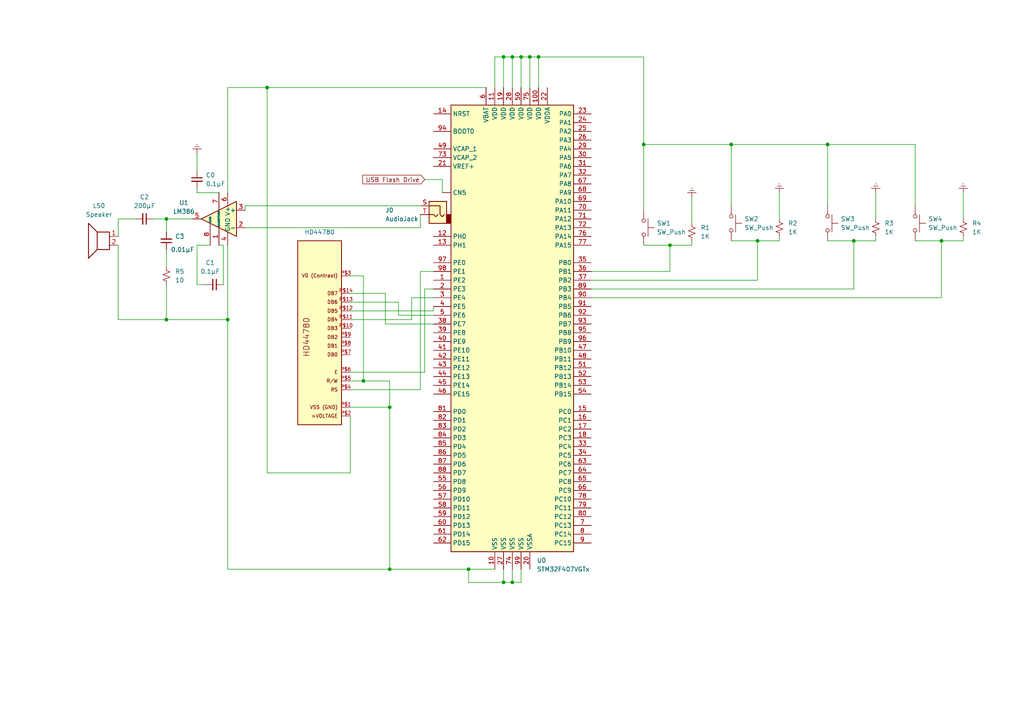
<source format=kicad_sch>
(kicad_sch (version 20211123) (generator eeschema)
  (paper "A4")
  (lib_symbols
    (symbol "Amplifier_Audio:LM386" (pin_names (offset 0.127))
      (property "Reference" "U" (at 1.27 7.62 0))
      (property "Value" "LM386" (at 1.27 5.08 0))
      (symbol "LM386_0_1"
        (polyline (pts (xy 5.08 0) (xy -5.08 5.08) (xy -5.08 -5.08) (xy 5.08 0)) (stroke (width 0.254)) (fill (type background)))
      )
      (symbol "LM386_1_1"
        (pin input line (at 0 -7.62 90) (length 5.08) (name "GAIN") (number "1"))
        (pin input line (at -7.62 -2.54 0) (length 2.54) (name "-") (number "2"))
        (pin input line (at -7.62 2.54 0) (length 2.54) (name "+") (number "3"))
        (pin power_in line (at -2.54 -7.62 90) (length 3.81) (name "GND") (number "4"))
        (pin output line (at 7.62 0 180) (length 2.54) (name "~") (number "5"))
        (pin power_in line (at -2.54 7.62 270) (length 3.81) (name "V+") (number "6"))
        (pin input line (at 0 7.62 270) (length 5.08) (name "BYPASS") (number "7"))
        (pin input line (at 2.54 -7.62 90) (length 6.35) (name "GAIN") (number "8"))
      )
    )
    (symbol "Connector:AudioJack2"
      (property "Reference" "J" (at 0 8.89 0))
      (property "Value" "AudioJack2" (at 0 6.35 0))
      (symbol "AudioJack2_0_1"
        (rectangle (start -3.81 0) (end -2.54 -2.54) (stroke (width 0.254)) (fill (type outline)))
        (rectangle (start -2.54 3.81) (end 2.54 -2.54) (stroke (width 0.254)) (fill (type background)))
        (polyline (pts (xy 0 0) (xy 0.635 -0.635) (xy 1.27 0) (xy 2.54 0)) (stroke (width 0.254)))
        (polyline (pts (xy 2.54 2.54) (xy -0.635 2.54) (xy -0.635 0) (xy -1.27 -0.635) (xy -1.905 0)) (stroke (width 0.254)))
      )
      (symbol "AudioJack2_1_1"
        (pin passive line (at 5.08 2.54 180) (length 2.54) (name "~") (number "S"))
        (pin passive line (at 5.08 0 180) (length 2.54) (name "~") (number "T"))
      )
    )
    (symbol "Device:C_Small" (pin_numbers hide) (pin_names (offset 0.254) hide)
      (property "Reference" "C" (at 0.254 1.778 0))
      (property "Value" "C_Small" (at 0.254 -2.032 0))
      (symbol "C_Small_0_1"
        (polyline (pts (xy -1.524 -0.508) (xy 1.524 -0.508)) (stroke (width 0.3302)))
        (polyline (pts (xy -1.524 0.508) (xy 1.524 0.508)) (stroke (width 0.3048)))
      )
      (symbol "C_Small_1_1"
        (pin passive line (at 0 2.54 270) (length 2.032) (name "~") (number "1"))
        (pin passive line (at 0 -2.54 90) (length 2.032) (name "~") (number "2"))
      )
    )
    (symbol "Device:R_Small_US" (pin_numbers hide) (pin_names (offset 0.254) hide)
      (property "Reference" "R" (at 0.762 0.508 0))
      (property "Value" "R_Small_US" (at 0.762 -1.016 0))
      (symbol "R_Small_US_1_1"
        (polyline (pts (xy 0 0) (xy 1.016 -0.381) (xy 0 -0.762) (xy -1.016 -1.143) (xy 0 -1.524)))
        (polyline (pts (xy 0 1.524) (xy 1.016 1.143) (xy 0 0.762) (xy -1.016 0.381) (xy 0 0)))
        (pin passive line (at 0 2.54 270) (length 1.016) (name "~") (number "1"))
        (pin passive line (at 0 -2.54 90) (length 1.016) (name "~") (number "2"))
      )
    )
    (symbol "Device:Speaker" (pin_names (offset 0) hide)
      (property "Reference" "LS" (at 1.27 5.715 0))
      (property "Value" "Speaker" (at 1.27 3.81 0))
      (symbol "Speaker_0_0"
        (rectangle (start -2.54 1.27) (end 1.016 -3.81) (stroke (width 0.254)))
        (polyline (pts (xy 1.016 1.27) (xy 3.556 3.81) (xy 3.556 -6.35) (xy 1.016 -3.81)) (stroke (width 0.254)))
      )
      (symbol "Speaker_1_1"
        (pin input line (at -5.08 0 0) (length 2.54) (name "1") (number "1"))
        (pin input line (at -5.08 -2.54 0) (length 2.54) (name "2") (number "2"))
      )
    )
    (symbol "HD44780-real:HD44780" (pin_names (offset 1.016))
      (property "Reference" "DIS?" (at -6.35 58.42 0))
      (property "Value" "HD44780" (at -6.35 55.88 0))
      (symbol "HD44780_0_0"
        (rectangle (start 0 -53.34) (end 12.7 0) (stroke (width 0.254)) (fill (type background)))
        (text ">VOLTAGE" (at 1.0178 -2.5445 0) (effects (font (size 1.0178 1.0178)) (justify left)))
        (text "DB0" (at 1.0173 -20.3461 0) (effects (font (size 1.0173 1.0173)) (justify left)))
        (text "DB1" (at 1.0168 -22.8787 0) (effects (font (size 1.0168 1.0168)) (justify left)))
        (text "DB2" (at 1.0162 -25.4047 0) (effects (font (size 1.0162 1.0162)) (justify left)))
        (text "DB3" (at 1.0178 -27.9901 0) (effects (font (size 1.0178 1.0178)) (justify left)))
        (text "DB4" (at 1.0178 -30.5329 0) (effects (font (size 1.0178 1.0178)) (justify left)))
        (text "DB5" (at 1.0161 -33.0219 0) (effects (font (size 1.0161 1.0161)) (justify left)))
        (text "DB6" (at 1.017 -35.5947 0) (effects (font (size 1.017 1.017)) (justify left)))
        (text "DB7" (at 1.0168 -38.1282 0) (effects (font (size 1.0168 1.0168)) (justify left)))
        (text "E" (at 1.018 -15.2701 0) (effects (font (size 1.018 1.018)) (justify left)))
        (text "HD44780" (at 10.1674 -25.4186 900) (effects (font (size 1.6776 1.6776))))
        (text "R/W" (at 1.0169 -12.7107 0) (effects (font (size 1.0169 1.0169)) (justify left)))
        (text "RS" (at 1.0163 -10.1627 0) (effects (font (size 1.0163 1.0163)) (justify left)))
        (text "V0 (Contrast)" (at 1.0176 -43.2498 0) (effects (font (size 1.0176 1.0176)) (justify left)))
        (text "VSS (GND)" (at 1.0161 -5.0803 0) (effects (font (size 1.0161 1.0161)) (justify left)))
        (pin bidirectional line (at -2.54 -5.08 0) (length 2.54) (name "~") (number "P$1"))
        (pin bidirectional line (at -2.54 -27.94 0) (length 2.54) (name "~") (number "P$10"))
        (pin bidirectional line (at -2.54 -30.48 0) (length 2.54) (name "~") (number "P$11"))
        (pin bidirectional line (at -2.54 -33.02 0) (length 2.54) (name "~") (number "P$12"))
        (pin bidirectional line (at -2.54 -35.56 0) (length 2.54) (name "~") (number "P$13"))
        (pin bidirectional line (at -2.54 -38.1 0) (length 2.54) (name "~") (number "P$14"))
        (pin bidirectional line (at -2.54 -2.54 0) (length 2.54) (name "~") (number "P$2"))
        (pin bidirectional line (at -2.54 -43.18 0) (length 2.54) (name "~") (number "P$3"))
        (pin bidirectional line (at -2.54 -10.16 0) (length 2.54) (name "~") (number "P$4"))
        (pin bidirectional line (at -2.54 -12.7 0) (length 2.54) (name "~") (number "P$5"))
        (pin bidirectional line (at -2.54 -15.24 0) (length 2.54) (name "~") (number "P$6"))
        (pin bidirectional line (at -2.54 -20.32 0) (length 2.54) (name "~") (number "P$7"))
        (pin bidirectional line (at -2.54 -22.86 0) (length 2.54) (name "~") (number "P$8"))
        (pin bidirectional line (at -2.54 -25.4 0) (length 2.54) (name "~") (number "P$9"))
      )
    )
    (symbol "MCU_ST_STM32F4:STM32F407VGTx"
      (property "Reference" "U0" (at 7.0994 -68.58 0))
      (property "Value" "STM32F407VGTx" (at 7.0994 -71.12 0))
      (symbol "STM32F407VGTx_0_1"
        (rectangle (start -17.78 -66.04) (end 17.78 63.5) (stroke (width 0.254)) (fill (type background)))
      )
      (symbol "STM32F407VGTx_1_1"
        (pin input line (at -20.32 38.1 0) (length 2.54) (name "CN5") (number ""))
        (pin bidirectional line (at -22.86 12.7 0) (length 5.08) (name "PE2") (number "1"))
        (pin power_in line (at -5.08 -71.12 90) (length 5.08) (name "VSS") (number "10"))
        (pin power_in line (at 7.62 68.58 270) (length 5.08) (name "VDD") (number "100"))
        (pin power_in line (at -5.08 68.58 270) (length 5.08) (name "VDD") (number "11"))
        (pin input line (at -22.86 25.4 0) (length 5.08) (name "PH0") (number "12"))
        (pin input line (at -22.86 22.86 0) (length 5.08) (name "PH1") (number "13"))
        (pin input line (at -22.86 60.96 0) (length 5.08) (name "NRST") (number "14"))
        (pin bidirectional line (at 22.86 -25.4 180) (length 5.08) (name "PC0") (number "15"))
        (pin bidirectional line (at 22.86 -27.94 180) (length 5.08) (name "PC1") (number "16"))
        (pin bidirectional line (at 22.86 -30.48 180) (length 5.08) (name "PC2") (number "17"))
        (pin bidirectional line (at 22.86 -33.02 180) (length 5.08) (name "PC3") (number "18"))
        (pin power_in line (at -2.54 68.58 270) (length 5.08) (name "VDD") (number "19"))
        (pin bidirectional line (at -22.86 10.16 0) (length 5.08) (name "PE3") (number "2"))
        (pin power_in line (at 5.08 -71.12 90) (length 5.08) (name "VSSA") (number "20"))
        (pin power_in line (at -22.86 45.72 0) (length 5.08) (name "VREF+") (number "21"))
        (pin power_in line (at 10.16 68.58 270) (length 5.08) (name "VDDA") (number "22"))
        (pin bidirectional line (at 22.86 60.96 180) (length 5.08) (name "PA0") (number "23"))
        (pin bidirectional line (at 22.86 58.42 180) (length 5.08) (name "PA1") (number "24"))
        (pin bidirectional line (at 22.86 55.88 180) (length 5.08) (name "PA2") (number "25"))
        (pin bidirectional line (at 22.86 53.34 180) (length 5.08) (name "PA3") (number "26"))
        (pin power_in line (at -2.54 -71.12 90) (length 5.08) (name "VSS") (number "27"))
        (pin power_in line (at 0 68.58 270) (length 5.08) (name "VDD") (number "28"))
        (pin bidirectional line (at 22.86 50.8 180) (length 5.08) (name "PA4") (number "29"))
        (pin bidirectional line (at -22.86 7.62 0) (length 5.08) (name "PE4") (number "3"))
        (pin bidirectional line (at 22.86 48.26 180) (length 5.08) (name "PA5") (number "30"))
        (pin bidirectional line (at 22.86 45.72 180) (length 5.08) (name "PA6") (number "31"))
        (pin bidirectional line (at 22.86 43.18 180) (length 5.08) (name "PA7") (number "32"))
        (pin bidirectional line (at 22.86 -35.56 180) (length 5.08) (name "PC4") (number "33"))
        (pin bidirectional line (at 22.86 -38.1 180) (length 5.08) (name "PC5") (number "34"))
        (pin bidirectional line (at 22.86 17.78 180) (length 5.08) (name "PB0") (number "35"))
        (pin bidirectional line (at 22.86 15.24 180) (length 5.08) (name "PB1") (number "36"))
        (pin bidirectional line (at 22.86 12.7 180) (length 5.08) (name "PB2") (number "37"))
        (pin bidirectional line (at -22.86 0 0) (length 5.08) (name "PE7") (number "38"))
        (pin bidirectional line (at -22.86 -2.54 0) (length 5.08) (name "PE8") (number "39"))
        (pin bidirectional line (at -22.86 5.08 0) (length 5.08) (name "PE5") (number "4"))
        (pin bidirectional line (at -22.86 -5.08 0) (length 5.08) (name "PE9") (number "40"))
        (pin bidirectional line (at -22.86 -7.62 0) (length 5.08) (name "PE10") (number "41"))
        (pin bidirectional line (at -22.86 -10.16 0) (length 5.08) (name "PE11") (number "42"))
        (pin bidirectional line (at -22.86 -12.7 0) (length 5.08) (name "PE12") (number "43"))
        (pin bidirectional line (at -22.86 -15.24 0) (length 5.08) (name "PE13") (number "44"))
        (pin bidirectional line (at -22.86 -17.78 0) (length 5.08) (name "PE14") (number "45"))
        (pin bidirectional line (at -22.86 -20.32 0) (length 5.08) (name "PE15") (number "46"))
        (pin bidirectional line (at 22.86 -7.62 180) (length 5.08) (name "PB10") (number "47"))
        (pin bidirectional line (at 22.86 -10.16 180) (length 5.08) (name "PB11") (number "48"))
        (pin power_in line (at -22.86 50.8 0) (length 5.08) (name "VCAP_1") (number "49"))
        (pin bidirectional line (at -22.86 2.54 0) (length 5.08) (name "PE6") (number "5"))
        (pin power_in line (at 2.54 68.58 270) (length 5.08) (name "VDD") (number "50"))
        (pin bidirectional line (at 22.86 -12.7 180) (length 5.08) (name "PB12") (number "51"))
        (pin bidirectional line (at 22.86 -15.24 180) (length 5.08) (name "PB13") (number "52"))
        (pin bidirectional line (at 22.86 -17.78 180) (length 5.08) (name "PB14") (number "53"))
        (pin bidirectional line (at 22.86 -20.32 180) (length 5.08) (name "PB15") (number "54"))
        (pin bidirectional line (at -22.86 -45.72 0) (length 5.08) (name "PD8") (number "55"))
        (pin bidirectional line (at -22.86 -48.26 0) (length 5.08) (name "PD9") (number "56"))
        (pin bidirectional line (at -22.86 -50.8 0) (length 5.08) (name "PD10") (number "57"))
        (pin bidirectional line (at -22.86 -53.34 0) (length 5.08) (name "PD11") (number "58"))
        (pin bidirectional line (at -22.86 -55.88 0) (length 5.08) (name "PD12") (number "59"))
        (pin power_in line (at -7.62 68.58 270) (length 5.08) (name "VBAT") (number "6"))
        (pin bidirectional line (at -22.86 -58.42 0) (length 5.08) (name "PD13") (number "60"))
        (pin bidirectional line (at -22.86 -60.96 0) (length 5.08) (name "PD14") (number "61"))
        (pin bidirectional line (at -22.86 -63.5 0) (length 5.08) (name "PD15") (number "62"))
        (pin bidirectional line (at 22.86 -40.64 180) (length 5.08) (name "PC6") (number "63"))
        (pin bidirectional line (at 22.86 -43.18 180) (length 5.08) (name "PC7") (number "64"))
        (pin bidirectional line (at 22.86 -45.72 180) (length 5.08) (name "PC8") (number "65"))
        (pin bidirectional line (at 22.86 -48.26 180) (length 5.08) (name "PC9") (number "66"))
        (pin bidirectional line (at 22.86 40.64 180) (length 5.08) (name "PA8") (number "67"))
        (pin bidirectional line (at 22.86 38.1 180) (length 5.08) (name "PA9") (number "68"))
        (pin bidirectional line (at 22.86 35.56 180) (length 5.08) (name "PA10") (number "69"))
        (pin bidirectional line (at 22.86 -58.42 180) (length 5.08) (name "PC13") (number "7"))
        (pin bidirectional line (at 22.86 33.02 180) (length 5.08) (name "PA11") (number "70"))
        (pin bidirectional line (at 22.86 30.48 180) (length 5.08) (name "PA12") (number "71"))
        (pin bidirectional line (at 22.86 27.94 180) (length 5.08) (name "PA13") (number "72"))
        (pin power_in line (at -22.86 48.26 0) (length 5.08) (name "VCAP_2") (number "73"))
        (pin power_in line (at 0 -71.12 90) (length 5.08) (name "VSS") (number "74"))
        (pin power_in line (at 5.08 68.58 270) (length 5.08) (name "VDD") (number "75"))
        (pin bidirectional line (at 22.86 25.4 180) (length 5.08) (name "PA14") (number "76"))
        (pin bidirectional line (at 22.86 22.86 180) (length 5.08) (name "PA15") (number "77"))
        (pin bidirectional line (at 22.86 -50.8 180) (length 5.08) (name "PC10") (number "78"))
        (pin bidirectional line (at 22.86 -53.34 180) (length 5.08) (name "PC11") (number "79"))
        (pin bidirectional line (at 22.86 -60.96 180) (length 5.08) (name "PC14") (number "8"))
        (pin bidirectional line (at 22.86 -55.88 180) (length 5.08) (name "PC12") (number "80"))
        (pin bidirectional line (at -22.86 -25.4 0) (length 5.08) (name "PD0") (number "81"))
        (pin bidirectional line (at -22.86 -27.94 0) (length 5.08) (name "PD1") (number "82"))
        (pin bidirectional line (at -22.86 -30.48 0) (length 5.08) (name "PD2") (number "83"))
        (pin bidirectional line (at -22.86 -33.02 0) (length 5.08) (name "PD3") (number "84"))
        (pin bidirectional line (at -22.86 -35.56 0) (length 5.08) (name "PD4") (number "85"))
        (pin bidirectional line (at -22.86 -38.1 0) (length 5.08) (name "PD5") (number "86"))
        (pin bidirectional line (at -22.86 -40.64 0) (length 5.08) (name "PD6") (number "87"))
        (pin bidirectional line (at -22.86 -43.18 0) (length 5.08) (name "PD7") (number "88"))
        (pin bidirectional line (at 22.86 10.16 180) (length 5.08) (name "PB3") (number "89"))
        (pin bidirectional line (at 22.86 -63.5 180) (length 5.08) (name "PC15") (number "9"))
        (pin bidirectional line (at 22.86 7.62 180) (length 5.08) (name "PB4") (number "90"))
        (pin bidirectional line (at 22.86 5.08 180) (length 5.08) (name "PB5") (number "91"))
        (pin bidirectional line (at 22.86 2.54 180) (length 5.08) (name "PB6") (number "92"))
        (pin bidirectional line (at 22.86 0 180) (length 5.08) (name "PB7") (number "93"))
        (pin input line (at -22.86 55.88 0) (length 5.08) (name "BOOT0") (number "94"))
        (pin bidirectional line (at 22.86 -2.54 180) (length 5.08) (name "PB8") (number "95"))
        (pin bidirectional line (at 22.86 -5.08 180) (length 5.08) (name "PB9") (number "96"))
        (pin bidirectional line (at -22.86 17.78 0) (length 5.08) (name "PE0") (number "97"))
        (pin bidirectional line (at -22.86 15.24 0) (length 5.08) (name "PE1") (number "98"))
        (pin power_in line (at 2.54 -71.12 90) (length 5.08) (name "VSS") (number "99"))
      )
    )
    (symbol "Switch:SW_Push" (pin_numbers hide) (pin_names (offset 1.016) hide)
      (property "Reference" "SW" (at 1.27 2.54 0))
      (property "Value" "SW_Push" (at 0 -1.524 0))
      (symbol "SW_Push_0_1"
        (circle (center -2.032 0) (radius 0.508))
        (polyline (pts (xy 0 1.27) (xy 0 3.048)))
        (polyline (pts (xy 2.54 1.27) (xy -2.54 1.27)))
        (circle (center 2.032 0) (radius 0.508))
        (pin passive line (at -5.08 0 0) (length 2.54) (name "1") (number "1"))
        (pin passive line (at 5.08 0 180) (length 2.54) (name "2") (number "2"))
      )
    )
    (symbol "power:Earth" (power) (pin_names (offset 0))
      (symbol "Earth_0_1"
        (polyline (pts (xy -0.635 -1.905) (xy 0.635 -1.905)))
        (polyline (pts (xy -0.127 -2.54) (xy 0.127 -2.54)))
        (polyline (pts (xy 0 -1.27) (xy 0 0)))
        (polyline (pts (xy 1.27 -1.27) (xy -1.27 -1.27)))
      )
      (symbol "Earth_1_1"
        (pin power_in line (at 0 0 270) (length 0) hide (name "Earth") (number "1"))
      )
    )
  )
  (junction (at 240.03 41.91))
  (junction (at 194.31 71.12))
  (junction (at 247.65 69.85))
  (junction (at 219.71 69.85))
  (junction (at 113.03 165.1))
  (junction (at 146.05 16.51))
  (junction (at 148.59 168.91))
  (junction (at 77.47 25.4))
  (junction (at 48.26 63.5))
  (junction (at 156.21 16.51))
  (junction (at 135.89 165.1))
  (junction (at 151.13 16.51))
  (junction (at 146.05 168.91))
  (junction (at 105.41 110.49))
  (junction (at 273.05 69.85))
  (junction (at 113.03 118.11))
  (junction (at 212.09 41.91))
  (junction (at 48.26 92.71))
  (junction (at 66.04 92.71))
  (junction (at 186.69 41.91))
  (junction (at 148.59 16.51))
  (junction (at 153.67 16.51))
  (wire (pts (xy 66.04 92.71) (xy 66.04 165.1)))
  (wire (pts (xy 135.89 168.91) (xy 146.05 168.91)))
  (wire (pts (xy 34.29 68.58) (xy 34.29 63.5)))
  (wire (pts (xy 146.05 165.1) (xy 146.05 168.91)))
  (wire (pts (xy 151.13 165.1) (xy 151.13 168.91)))
  (wire (pts (xy 34.29 92.71) (xy 48.26 92.71)))
  (wire (pts (xy 105.41 80.01) (xy 105.41 110.49)))
  (wire (pts (xy 186.69 41.91) (xy 186.69 16.51)))
  (wire (pts (xy 212.09 69.85) (xy 219.71 69.85)))
  (wire (pts (xy 71.12 59.69) (xy 71.12 60.96)))
  (wire (pts (xy 265.43 41.91) (xy 240.03 41.91)))
  (wire (pts (xy 226.06 55.88) (xy 226.06 63.5)))
  (wire (pts (xy 119.38 92.71) (xy 119.38 86.36)))
  (wire (pts (xy 219.71 69.85) (xy 226.06 69.85)))
  (wire (pts (xy 111.76 93.98) (xy 111.76 85.09)))
  (wire (pts (xy 254 69.85) (xy 254 68.58)))
  (wire (pts (xy 148.59 16.51) (xy 146.05 16.51)))
  (wire (pts (xy 265.43 69.85) (xy 273.05 69.85)))
  (wire (pts (xy 186.69 60.96) (xy 186.69 41.91)))
  (wire (pts (xy 123.19 83.82) (xy 125.73 83.82)))
  (wire (pts (xy 113.03 165.1) (xy 135.89 165.1)))
  (wire (pts (xy 219.71 69.85) (xy 219.71 81.28)))
  (wire (pts (xy 48.26 63.5) (xy 48.26 67.31)))
  (wire (pts (xy 115.57 87.63) (xy 115.57 91.44)))
  (wire (pts (xy 63.5 55.88) (xy 57.15 55.88)))
  (wire (pts (xy 247.65 69.85) (xy 254 69.85)))
  (wire (pts (xy 60.96 71.12) (xy 57.15 71.12)))
  (wire (pts (xy 57.15 44.45) (xy 57.15 49.53)))
  (wire (pts (xy 121.92 62.23) (xy 121.92 66.04)))
  (wire (pts (xy 212.09 41.91) (xy 186.69 41.91)))
  (wire (pts (xy 146.05 16.51) (xy 146.05 25.4)))
  (wire (pts (xy 48.26 82.55) (xy 48.26 92.71)))
  (wire (pts (xy 101.6 107.95) (xy 123.19 107.95)))
  (wire (pts (xy 143.51 16.51) (xy 143.51 25.4)))
  (wire (pts (xy 265.43 59.69) (xy 265.43 41.91)))
  (wire (pts (xy 48.26 63.5) (xy 55.88 63.5)))
  (wire (pts (xy 194.31 71.12) (xy 194.31 78.74)))
  (wire (pts (xy 101.6 85.09) (xy 111.76 85.09)))
  (wire (pts (xy 101.6 80.01) (xy 105.41 80.01)))
  (wire (pts (xy 151.13 16.51) (xy 148.59 16.51)))
  (wire (pts (xy 146.05 168.91) (xy 148.59 168.91)))
  (wire (pts (xy 151.13 168.91) (xy 148.59 168.91)))
  (wire (pts (xy 121.92 113.03) (xy 121.92 78.74)))
  (wire (pts (xy 59.69 82.55) (xy 57.15 82.55)))
  (wire (pts (xy 101.6 118.11) (xy 113.03 118.11)))
  (wire (pts (xy 101.6 113.03) (xy 121.92 113.03)))
  (wire (pts (xy 101.6 120.65) (xy 101.6 137.16)))
  (wire (pts (xy 148.59 165.1) (xy 148.59 168.91)))
  (wire (pts (xy 66.04 165.1) (xy 113.03 165.1)))
  (wire (pts (xy 148.59 16.51) (xy 148.59 25.4)))
  (wire (pts (xy 128.27 52.07) (xy 128.27 55.88)))
  (wire (pts (xy 121.92 78.74) (xy 125.73 78.74)))
  (wire (pts (xy 101.6 87.63) (xy 115.57 87.63)))
  (wire (pts (xy 64.77 71.12) (xy 63.5 71.12)))
  (wire (pts (xy 254 55.88) (xy 254 63.5)))
  (wire (pts (xy 125.73 90.17) (xy 125.73 88.9)))
  (wire (pts (xy 77.47 137.16) (xy 77.47 25.4)))
  (wire (pts (xy 101.6 92.71) (xy 119.38 92.71)))
  (wire (pts (xy 121.92 59.69) (xy 71.12 59.69)))
  (wire (pts (xy 186.69 16.51) (xy 156.21 16.51)))
  (wire (pts (xy 34.29 71.12) (xy 34.29 92.71)))
  (wire (pts (xy 247.65 69.85) (xy 247.65 83.82)))
  (wire (pts (xy 44.45 63.5) (xy 48.26 63.5)))
  (wire (pts (xy 77.47 25.4) (xy 140.97 25.4)))
  (wire (pts (xy 171.45 83.82) (xy 247.65 83.82)))
  (wire (pts (xy 113.03 110.49) (xy 113.03 118.11)))
  (wire (pts (xy 200.66 57.15) (xy 200.66 64.77)))
  (wire (pts (xy 273.05 69.85) (xy 273.05 86.36)))
  (wire (pts (xy 64.77 82.55) (xy 64.77 71.12)))
  (wire (pts (xy 123.19 83.82) (xy 123.19 107.95)))
  (wire (pts (xy 135.89 165.1) (xy 135.89 168.91)))
  (wire (pts (xy 48.26 92.71) (xy 66.04 92.71)))
  (wire (pts (xy 34.29 63.5) (xy 39.37 63.5)))
  (wire (pts (xy 66.04 71.12) (xy 66.04 92.71)))
  (wire (pts (xy 171.45 78.74) (xy 194.31 78.74)))
  (wire (pts (xy 273.05 69.85) (xy 279.4 69.85)))
  (wire (pts (xy 240.03 41.91) (xy 212.09 41.91)))
  (wire (pts (xy 156.21 16.51) (xy 156.21 25.4)))
  (wire (pts (xy 171.45 86.36) (xy 273.05 86.36)))
  (wire (pts (xy 226.06 69.85) (xy 226.06 68.58)))
  (wire (pts (xy 48.26 72.39) (xy 48.26 77.47)))
  (wire (pts (xy 240.03 69.85) (xy 247.65 69.85)))
  (wire (pts (xy 66.04 55.88) (xy 66.04 25.4)))
  (wire (pts (xy 135.89 165.1) (xy 143.51 165.1)))
  (wire (pts (xy 171.45 81.28) (xy 219.71 81.28)))
  (wire (pts (xy 125.73 93.98) (xy 111.76 93.98)))
  (wire (pts (xy 146.05 16.51) (xy 143.51 16.51)))
  (wire (pts (xy 194.31 71.12) (xy 200.66 71.12)))
  (wire (pts (xy 105.41 110.49) (xy 113.03 110.49)))
  (wire (pts (xy 240.03 59.69) (xy 240.03 41.91)))
  (wire (pts (xy 153.67 16.51) (xy 151.13 16.51)))
  (wire (pts (xy 200.66 71.12) (xy 200.66 69.85)))
  (wire (pts (xy 115.57 91.44) (xy 125.73 91.44)))
  (wire (pts (xy 66.04 25.4) (xy 77.47 25.4)))
  (wire (pts (xy 279.4 69.85) (xy 279.4 68.58)))
  (wire (pts (xy 57.15 55.88) (xy 57.15 54.61)))
  (wire (pts (xy 156.21 16.51) (xy 153.67 16.51)))
  (wire (pts (xy 123.19 52.07) (xy 128.27 52.07)))
  (wire (pts (xy 113.03 118.11) (xy 113.03 165.1)))
  (wire (pts (xy 186.69 71.12) (xy 194.31 71.12)))
  (wire (pts (xy 101.6 90.17) (xy 125.73 90.17)))
  (wire (pts (xy 121.92 66.04) (xy 71.12 66.04)))
  (wire (pts (xy 279.4 55.88) (xy 279.4 63.5)))
  (wire (pts (xy 119.38 86.36) (xy 125.73 86.36)))
  (wire (pts (xy 153.67 16.51) (xy 153.67 25.4)))
  (wire (pts (xy 101.6 137.16) (xy 77.47 137.16)))
  (wire (pts (xy 57.15 71.12) (xy 57.15 82.55)))
  (wire (pts (xy 101.6 110.49) (xy 105.41 110.49)))
  (wire (pts (xy 212.09 59.69) (xy 212.09 41.91)))
  (wire (pts (xy 151.13 16.51) (xy 151.13 25.4)))
  (global_label "USB Flash Drive" (shape input) (at 123.19 52.07 180) (property "Intersheet References" "${INTERSHEET_REFS}" (effects hide)))
  (symbol (lib_id "Device:R_Small_US") (at 48.26 80.01 180) (unit 1)
    (property "Reference" "R5" (at 50.8 78.7399 0) (effects (justify right)))
    (property "Value" "10" (at 50.8 81.2799 0) (effects (justify right)))
  )
  (symbol (lib_id "Device:Speaker") (at 29.21 68.58 0) (mirror y) (unit 1)
    (property "Reference" "LS0" (at 28.702 59.69 0))
    (property "Value" "Speaker" (at 28.702 62.23 0))
  )
  (symbol (lib_id "Switch:SW_Push") (at 240.03 64.77 270) (unit 1)
    (property "Reference" "SW3" (at 243.84 63.4999 90) (effects (justify left)))
    (property "Value" "SW_Push" (at 243.84 66.0399 90) (effects (justify left)))
  )
  (symbol (lib_id "power:Earth") (at 200.66 57.15 0) (mirror x) (unit 1)
    (property "Reference" "#PWR?" (effects hide))
    (property "Value" "Earth" (effects hide))
  )
  (symbol (lib_id "Device:R_Small_US") (at 279.4 66.04 180) (unit 1)
    (property "Reference" "R4" (at 281.94 64.7699 0) (effects (justify right)))
    (property "Value" "1K" (at 281.94 67.3099 0) (effects (justify right)))
  )
  (symbol (lib_id "power:Earth") (at 254 55.88 0) (mirror x) (unit 1)
    (property "Reference" "#PWR?" (effects hide))
    (property "Value" "Earth" (effects hide))
  )
  (symbol (lib_id "Device:C_Small") (at 57.15 52.07 0) (unit 1)
    (property "Reference" "C0" (at 59.69 50.8062 0) (effects (justify left)))
    (property "Value" "0.1µF" (at 59.69 53.3462 0) (effects (justify left)))
  )
  (symbol (lib_id "Connector:AudioJack2") (at 127 62.23 0) (mirror y) (unit 1)
    (property "Reference" "J0" (at 111.76 60.96 0) (effects (justify right)))
    (property "Value" "AudioJack" (at 111.76 63.5 0) (effects (justify right)))
  )
  (symbol (lib_id "Device:C_Small") (at 48.26 69.85 180) (unit 1)
    (property "Reference" "C3" (at 50.8 68.5735 0) (effects (justify right)))
    (property "Value" "0.01µF" (at 49.53 72.39 0) (effects (justify right)))
  )
  (symbol (lib_id "Device:C_Small") (at 62.23 82.55 270) (unit 1)
    (property "Reference" "C1" (at 60.96 76.2 90))
    (property "Value" "0.1µF" (at 60.96 78.74 90))
  )
  (symbol (lib_id "power:Earth") (at 226.06 55.88 0) (mirror x) (unit 1)
    (property "Reference" "#PWR?" (effects hide))
    (property "Value" "Earth" (effects hide))
  )
  (symbol (lib_id "Device:R_Small_US") (at 200.66 67.31 180) (unit 1)
    (property "Reference" "R1" (at 203.2 66.0399 0) (effects (justify right)))
    (property "Value" "1K" (at 203.2 68.5799 0) (effects (justify right)))
  )
  (symbol (lib_id "Switch:SW_Push") (at 212.09 64.77 270) (unit 1)
    (property "Reference" "SW2" (at 215.9 63.4999 90) (effects (justify left)))
    (property "Value" "SW_Push" (at 215.9 66.0399 90) (effects (justify left)))
  )
  (symbol (lib_id "HD44780-real:HD44780") (at 99.06 123.19 180) (unit 1)
    (property "Reference" "DIS?" (effects hide))
    (property "Value" "HD44780" (at 92.71 67.31 0))
    (property "Footprint" "16026-16X2" (effects hide))
    (property "VOLTAGE" "5V" (effects hide))
    (property "MGF#" "N/A" (effects hide))
  )
  (symbol (lib_id "power:Earth") (at 57.15 44.45 0) (mirror x) (unit 1)
    (property "Reference" "#PWR?" (effects hide))
    (property "Value" "Earth" (effects hide))
  )
  (symbol (lib_id "Device:R_Small_US") (at 226.06 66.04 180) (unit 1)
    (property "Reference" "R2" (at 228.6 64.7699 0) (effects (justify right)))
    (property "Value" "1K" (at 228.6 67.3099 0) (effects (justify right)))
  )
  (symbol (lib_id "power:Earth") (at 279.4 55.88 0) (mirror x) (unit 1)
    (property "Reference" "#PWR?" (effects hide))
    (property "Value" "Earth" (effects hide))
  )
  (symbol (lib_id "Switch:SW_Push") (at 186.69 66.04 270) (unit 1)
    (property "Reference" "SW1" (at 190.5 64.7699 90) (effects (justify left)))
    (property "Value" "SW_Push" (at 190.5 67.3099 90) (effects (justify left)))
  )
  (symbol (lib_id "Device:R_Small_US") (at 254 66.04 180) (unit 1)
    (property "Reference" "R3" (at 256.54 64.7699 0) (effects (justify right)))
    (property "Value" "1K" (at 256.54 67.3099 0) (effects (justify right)))
  )
  (symbol (lib_id "Device:C_Small") (at 41.91 63.5 270) (unit 1)
    (property "Reference" "C2" (at 41.9036 57.15 90))
    (property "Value" "200µF" (at 41.9036 59.69 90))
  )
  (symbol (lib_id "Switch:SW_Push") (at 265.43 64.77 270) (unit 1)
    (property "Reference" "SW4" (at 269.24 63.4999 90) (effects (justify left)))
    (property "Value" "SW_Push" (at 269.24 66.0399 90) (effects (justify left)))
  )
  (symbol (lib_id "Amplifier_Audio:LM386") (at 63.5 63.5 0) (mirror y) (unit 1)
    (property "Reference" "U1" (at 53.34 58.801 0))
    (property "Value" "LM386" (at 53.34 61.341 0))
    (property "Datasheet" "http://www.ti.com/lit/ds/symlink/lm386.pdf" (effects hide))
  )
  (symbol (lib_id "MCU_ST_STM32F4:STM32F407VGTx") (at 148.59 93.98 0) (unit 1)
    (property "Reference" "U0" (at 155.6894 162.56 0) (effects (justify left)))
    (property "Value" "STM32F407VGTx" (at 155.6894 165.1 0) (effects (justify left)))
    (property "Footprint" "Package_QFP:LQFP-100_14x14mm_P0.5mm" (effects hide))
    (property "Datasheet" "http://www.st.com/st-web-ui/static/active/en/resource/technical/document/datasheet/DM00037051.pdf" (effects hide))
  )
)
</source>
